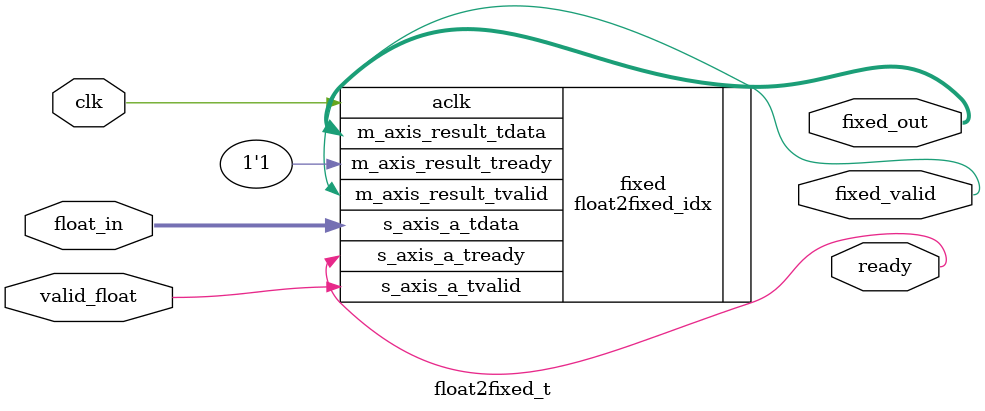
<source format=v>
`timescale 1ns / 1ps


module float2fixed_t(
         input  wire        clk,
         input  wire        valid_float,
         input  wire [15:0] float_in,
         output wire [15:0] fixed_out,
         output wire        fixed_valid,
         output wire        ready
    );

    
    float2fixed_idx fixed(
          .aclk(clk),
          .s_axis_a_tvalid(valid_float),
          .s_axis_a_tready(ready),
          .s_axis_a_tdata(float_in),
          .m_axis_result_tvalid(fixed_valid),
          .m_axis_result_tready(1'b1),
          .m_axis_result_tdata(fixed_out)
    );
    
endmodule

</source>
